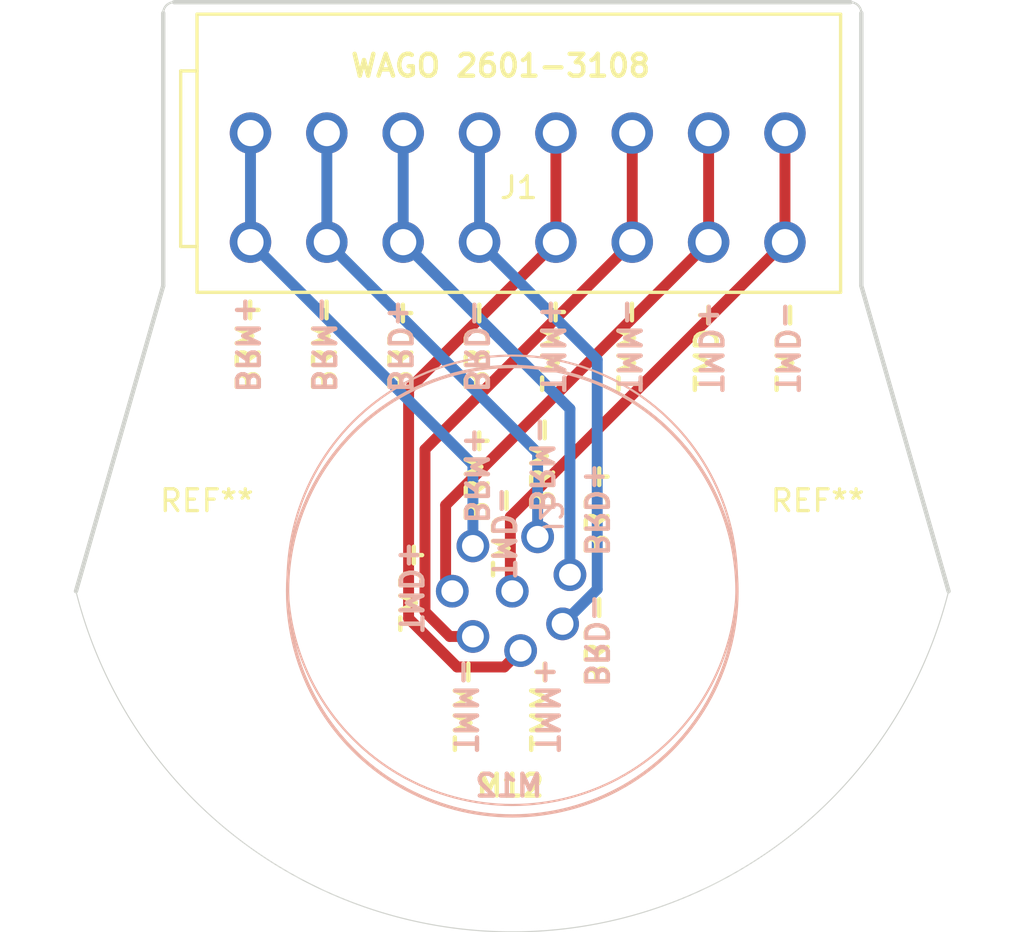
<source format=kicad_pcb>
(kicad_pcb (version 20241229) (generator "pcbnew") (generator_version "9.0")
  (layers (0 "F.Cu" signal) (2 "B.Cu" signal) (13 "F.Paste" user) (15 "B.Paste" user) (5 "F.SilkS" user "F.Silkscreen") (7 "B.SilkS" user "B.Silkscreen") (1 "F.Mask" user) (3 "B.Mask" user) (25 "Edge.Cuts" user))
  (net 0 "")
  (net 1 "Net-(J1-8_1)")
  (net 2 "Net-(J1-4_1)")
  (net 3 "Net-(J1-7_1)")
  (net 4 "Net-(J1-2_1)")
  (net 5 "Net-(J1-6_1)")
  (net 6 "Net-(J1-3_1)")
  (net 7 "Net-(J1-1_1)")
  (net 8 "Net-(J1-5_1)")
  (footprint "Upper_Bulkhead_Connections:CONN8_2601-3108_WAG" (layer "F.Cu") (at 88 79)
    (property "Reference" "J1" (at 12.300001 2.5 0) (layer "F.SilkS"))
    (property "Value" "2601-3108")
    (fp_line (start -3.199996 5.2) (end -3.199996 -2.849999) (stroke (width 0.1524)) (layer "F.SilkS"))
    (fp_line (start -2.449997 -2.849999) (end -3.199996 -2.849999) (stroke (width 0.1524)) (layer "F.SilkS"))
    (fp_line (start -2.449997 5.2) (end -3.199996 5.2) (stroke (width 0.1524)) (layer "F.SilkS"))
    (fp_line (start -2.449996 -5.449999) (end 27.049997 -5.449999) (stroke (width 0.1524)) (layer "F.SilkS"))
    (fp_line (start -2.449996 7.300001) (end -2.449996 -5.449999) (stroke (width 0.1524)) (layer "F.SilkS"))
    (fp_line (start -2.449996 7.300001) (end 27.049997 7.300001) (stroke (width 0.1524)) (layer "F.SilkS"))
    (fp_line (start 27.049997 -5.449999) (end 27.049997 7.300001) (stroke (width 0.1524)) (layer "F.SilkS"))
    (pad "1" thru_hole circle (at 0 0) (size 1.9 1.9) (drill 1.2) (layers "*.Cu" "*.Mask") (net 7 "Net-(J1-1_1)"))
    (pad "2" thru_hole circle (at 0 5) (size 1.9 1.9) (drill 1.2) (layers "*.Cu" "*.Mask") (net 7 "Net-(J1-1_1)"))
    (pad "3" thru_hole circle (at 3.500001 0) (size 1.9 1.9) (drill 1.2) (layers "*.Cu" "*.Mask") (net 4 "Net-(J1-2_1)"))
    (pad "4" thru_hole circle (at 3.500001 5) (size 1.9 1.9) (drill 1.2) (layers "*.Cu" "*.Mask") (net 4 "Net-(J1-2_1)"))
    (pad "5" thru_hole circle (at 7.000002 0) (size 1.9 1.9) (drill 1.2) (layers "*.Cu" "*.Mask") (net 6 "Net-(J1-3_1)"))
    (pad "6" thru_hole circle (at 7.000002 5) (size 1.9 1.9) (drill 1.2) (layers "*.Cu" "*.Mask") (net 6 "Net-(J1-3_1)"))
    (pad "7" thru_hole circle (at 10.500002 0) (size 1.9 1.9) (drill 1.2) (layers "*.Cu" "*.Mask") (net 2 "Net-(J1-4_1)"))
    (pad "8" thru_hole circle (at 10.500002 5) (size 1.9 1.9) (drill 1.2) (layers "*.Cu" "*.Mask") (net 2 "Net-(J1-4_1)"))
    (pad "9" thru_hole circle (at 14.000003 0) (size 1.9 1.9) (drill 1.2) (layers "*.Cu" "*.Mask") (net 8 "Net-(J1-5_1)"))
    (pad "10" thru_hole circle (at 14.000003 5) (size 1.9 1.9) (drill 1.2) (layers "*.Cu" "*.Mask") (net 8 "Net-(J1-5_1)"))
    (pad "11" thru_hole circle (at 17.500003 0) (size 1.9 1.9) (drill 1.2) (layers "*.Cu" "*.Mask") (net 5 "Net-(J1-6_1)"))
    (pad "12" thru_hole circle (at 17.500003 5) (size 1.9 1.9) (drill 1.2) (layers "*.Cu" "*.Mask") (net 5 "Net-(J1-6_1)"))
    (pad "13" thru_hole circle (at 21.000004 0) (size 1.9 1.9) (drill 1.2) (layers "*.Cu" "*.Mask") (net 3 "Net-(J1-7_1)"))
    (pad "14" thru_hole circle (at 21.000004 5) (size 1.9 1.9) (drill 1.2) (layers "*.Cu" "*.Mask") (net 3 "Net-(J1-7_1)"))
    (pad "15" thru_hole circle (at 24.500005 0) (size 1.9 1.9) (drill 1.2) (layers "*.Cu" "*.Mask") (net 1 "Net-(J1-8_1)"))
    (pad "16" thru_hole circle (at 24.500005 5) (size 1.9 1.9) (drill 1.2) (layers "*.Cu" "*.Mask") (net 1 "Net-(J1-8_1)"))
  )
  (footprint "MountingHole:MountingHole_3.2mm_M3" (layer "F.Cu") (at 86 100)
    (property "Reference" "REF**" (at 0 -4.15 0) (layer "F.SilkS"))
    (property "Value" "MountingHole_3.2mm_M3")
    (pad "" np_thru_hole circle (at 0 0) (size 3.2 3.2) (drill 3.2) (layers "*.Cu" "*.Mask"))
  )
  (footprint "MountingHole:MountingHole_3.2mm_M3" (layer "F.Cu") (at 114 100)
    (property "Reference" "REF**" (at 0 -4.15 0) (layer "F.SilkS"))
    (property "Value" "MountingHole_3.2mm_M3")
    (pad "" np_thru_hole circle (at 0 0) (size 3.2 3.2) (drill 3.2) (layers "*.Cu" "*.Mask"))
  )
  (footprint "Upper_Bulkhead_Connections:CONN_M12A-08PMMP-SF8001_AMP" (layer "B.Cu") (at 100 100 90)
    (property "Reference" "J2" (at 3.3 1.75 270) (layer "B.SilkS") (effects (justify mirror)))
    (property "Value" "M12A-08PMMP-SF8001")
    (fp_circle (center 0 0) (end 10.3 0) (stroke (width 0.1524)) (fill no) (layer "B.SilkS"))
    (pad "1" thru_hole circle (at 2.075451 -1.804152 90) (size 1.5 1.5) (drill 1) (layers "*.Cu" "*.Mask") (net 7 "Net-(J1-1_1)"))
    (pad "2" thru_hole circle (at 2.492336 1.162211 38.572) (size 1.5 1.5) (drill 1) (layers "*.Cu" "*.Mask") (net 4 "Net-(J1-2_1)"))
    (pad "3" thru_hole circle (at 0.757989 2.643472 347.143) (size 1.5 1.5) (drill 1) (layers "*.Cu" "*.Mask") (net 6 "Net-(J1-3_1)"))
    (pad "4" thru_hole circle (at -1.49777 2.306333 295.715) (size 1.5 1.5) (drill 1) (layers "*.Cu" "*.Mask") (net 2 "Net-(J1-4_1)"))
    (pad "5" thru_hole circle (at -2.723239 0.382691 244.286) (size 1.5 1.5) (drill 1) (layers "*.Cu" "*.Mask") (net 8 "Net-(J1-5_1)"))
    (pad "6" thru_hole circle (at -2.075442 -1.804173 192.858) (size 1.5 1.5) (drill 1) (layers "*.Cu" "*.Mask") (net 5 "Net-(J1-6_1)"))
    (pad "7" thru_hole circle (at 0 -2.749994 141.429) (size 1.5 1.5) (drill 1) (layers "*.Cu" "*.Mask") (net 3 "Net-(J1-7_1)"))
    (pad "8" thru_hole circle (at 0 0 90) (size 1.5 1.5) (drill 1) (layers "*.Cu" "*.Mask") (net 1 "Net-(J1-8_1)"))
  )
  (gr_circle (center 100 99.5) (end 110.3 99.5) (stroke (width 0.1)) (fill no) (layer "B.SilkS"))
  (gr_line (start 84 86) (end 80 100) (stroke (width 0.2)) (layer "Edge.Cuts"))
  (gr_arc (start 119.999999 100.000001) (mid 100 115.615527) (end 80.000001 100) (stroke (width 0.05)) (layer "Edge.Cuts"))
  (gr_line (start 84 73.5) (end 84 86) (stroke (width 0.2)) (layer "Edge.Cuts"))
  (gr_arc (start 115.5 73) (mid 115.853553 73.146447) (end 116 73.5) (stroke (width 0.1)) (layer "Edge.Cuts"))
  (gr_line (start 120 100) (end 116 86) (stroke (width 0.2)) (layer "Edge.Cuts"))
  (gr_line (start 116 86) (end 116 73.5) (stroke (width 0.2)) (layer "Edge.Cuts"))
  (gr_line (start 115.5 73) (end 84.5 73) (stroke (width 0.2)) (layer "Edge.Cuts"))
  (gr_arc (start 84 73.5) (mid 84.146447 73.146447) (end 84.5 73) (stroke (width 0.1)) (layer "Edge.Cuts"))
  (gr_text "TMD+" (at 109.5 91 90) (layer "F.SilkS") (effects (font (size 1 1) (thickness 0.2) (bold yes)) (justify left bottom)))
  (gr_text "WAGO 2601-3108" (at 92.5 76.5 0) (layer "F.SilkS") (effects (font (size 1 1) (thickness 0.2) (bold yes)) (justify left bottom)))
  (gr_text "BRD+" (at 95.5 91 90) (layer "F.SilkS") (effects (font (size 1 1) (thickness 0.2) (bold yes)) (justify left bottom)))
  (gr_text "TMD-" (at 113.25 91 90) (layer "F.SilkS") (effects (font (size 1 1) (thickness 0.2) (bold yes)) (justify left bottom)))
  (gr_text "TMM+" (at 102 107.5 90) (layer "F.SilkS") (effects (font (size 1 1) (thickness 0.2) (bold yes)) (justify left bottom)))
  (gr_text "TMM-" (at 106 91 90) (layer "F.SilkS") (effects (font (size 1 1) (thickness 0.2) (bold yes)) (justify left bottom)))
  (gr_text "TMD-" (at 100.25 99.5 90) (layer "F.SilkS") (effects (font (size 1 1) (thickness 0.2) (bold yes)) (justify left bottom)))
  (gr_text "BRM+" (at 88.5 91 90) (layer "F.SilkS") (effects (font (size 1 1) (thickness 0.2) (bold yes)) (justify left bottom)))
  (gr_text "TMM-" (at 98.5 107.5 90) (layer "F.SilkS") (effects (font (size 1 1) (thickness 0.2) (bold yes)) (justify left bottom)))
  (gr_text "TMM+" (at 102.5 91 90) (layer "F.SilkS") (effects (font (size 1 1) (thickness 0.2) (bold yes)) (justify left bottom)))
  (gr_text "BRD+" (at 104.5 98.5 90) (layer "F.SilkS") (effects (font (size 1 1) (thickness 0.2) (bold yes)) (justify left bottom)))
  (gr_text "BRD-" (at 104.5 104.5 90) (layer "F.SilkS") (effects (font (size 1 1) (thickness 0.2) (bold yes)) (justify left bottom)))
  (gr_text "TMD+" (at 96 102 90) (layer "F.SilkS") (effects (font (size 1 1) (thickness 0.2) (bold yes)) (justify left bottom)))
  (gr_text "BRM+" (at 99 97 90) (layer "F.SilkS") (effects (font (size 1 1) (thickness 0.2) (bold yes)) (justify left bottom)))
  (gr_text "BRM-" (at 102 96.5 90) (layer "F.SilkS") (effects (font (size 1 1) (thickness 0.2) (bold yes)) (justify left bottom)))
  (gr_text "BRD-" (at 99 91 90) (layer "F.SilkS") (effects (font (size 1 1) (thickness 0.2) (bold yes)) (justify left bottom)))
  (gr_text "BRM-" (at 92 91 90) (layer "F.SilkS") (effects (font (size 1 1) (thickness 0.2) (bold yes)) (justify left bottom)))
  (gr_text "M12" (at 98.25 109.5 0) (layer "F.SilkS") (effects (font (size 1 1) (thickness 0.2) (bold yes)) (justify left bottom)))
  (gr_text "BRM+" (at 97.75 97 -90) (layer "B.SilkS") (effects (font (size 1 1) (thickness 0.2) (bold yes)) (justify left bottom mirror)))
  (gr_text "TMM-" (at 104.75 91 -90) (layer "B.SilkS") (effects (font (size 1 1) (thickness 0.2) (bold yes)) (justify left bottom mirror)))
  (gr_text "BRM-" (at 90.75 91 -90) (layer "B.SilkS") (effects (font (size 1 1) (thickness 0.2) (bold yes)) (justify left bottom mirror)))
  (gr_text "BRD+" (at 103.25 98.5 -90) (layer "B.SilkS") (effects (font (size 1 1) (thickness 0.2) (bold yes)) (justify left bottom mirror)))
  (gr_text "BRM-" (at 100.75 96.5 -90) (layer "B.SilkS") (effects (font (size 1 1) (thickness 0.2) (bold yes)) (justify left bottom mirror)))
  (gr_text "TMD+" (at 108.5 91 270) (layer "B.SilkS") (effects (font (size 1 1) (thickness 0.2) (bold yes)) (justify left bottom mirror)))
  (gr_text "TMD-" (at 112 91 270) (layer "B.SilkS") (effects (font (size 1 1) (thickness 0.2) (bold yes)) (justify left bottom mirror)))
  (gr_text "TMD-" (at 99 99.5 270) (layer "B.SilkS") (effects (font (size 1 1) (thickness 0.2) (bold yes)) (justify left bottom mirror)))
  (gr_text "BRD-" (at 103.25 104.5 -90) (layer "B.SilkS") (effects (font (size 1 1) (thickness 0.2) (bold yes)) (justify left bottom mirror)))
  (gr_text "TMD+" (at 94.75 102 270) (layer "B.SilkS") (effects (font (size 1 1) (thickness 0.2) (bold yes)) (justify left bottom mirror)))
  (gr_text "BRM+" (at 87.25 91 -90) (layer "B.SilkS") (effects (font (size 1 1) (thickness 0.2) (bold yes)) (justify left bottom mirror)))
  (gr_text "M12" (at 101.5 109.5 -0) (layer "B.SilkS") (effects (font (size 1 1) (thickness 0.2) (bold yes)) (justify left bottom mirror)))
  (gr_text "TMM-" (at 97.25 107.5 -90) (layer "B.SilkS") (effects (font (size 1 1) (thickness 0.2) (bold yes)) (justify left bottom mirror)))
  (gr_text "TMM+" (at 101 107.5 -90) (layer "B.SilkS") (effects (font (size 1 1) (thickness 0.2) (bold yes)) (justify left bottom mirror)))
  (gr_text "BRD+" (at 94.25 91 -90) (layer "B.SilkS") (effects (font (size 1 1) (thickness 0.2) (bold yes)) (justify left bottom mirror)))
  (gr_text "TMM+" (at 101.25 91 -90) (layer "B.SilkS") (effects (font (size 1 1) (thickness 0.2) (bold yes)) (justify left bottom mirror)))
  (gr_text "BRD-" (at 97.75 91 -90) (layer "B.SilkS") (effects (font (size 1 1) (thickness 0.2) (bold yes)) (justify left bottom mirror)))
  (segment (start 100 100) (end 99.911211 99.911211) (width 0.5) (layer "F.Cu") (net 1))
  (segment (start 99.911211 99.911211) (end 99.911211 96.588794) (width 0.5) (layer "F.Cu") (net 1))
  (segment (start 112.500005 79) (end 112.500005 84) (width 0.5) (layer "F.Cu") (net 1))
  (segment (start 99.911211 96.588794) (end 112.500005 84) (width 0.5) (layer "F.Cu") (net 1))
  (segment (start 103.894472 89.39447) (end 103.894472 99.909631) (width 0.5) (layer "B.Cu") (net 2))
  (segment (start 103.894472 99.909631) (end 102.306333 101.49777) (width 0.5) (layer "B.Cu") (net 2))
  (segment (start 98.500002 84) (end 98.500002 79) (width 0.5) (layer "B.Cu") (net 2))
  (segment (start 98.500002 84) (end 103.894472 89.39447) (width 0.5) (layer "B.Cu") (net 2))
  (segment (start 109.000004 84) (end 96.944848 96.055156) (width 0.5) (layer "F.Cu") (net 3))
  (segment (start 96.944848 96.055156) (end 96.944848 99.694842) (width 0.5) (layer "F.Cu") (net 3))
  (segment (start 96.944848 99.694842) (end 97.250006 100) (width 0.5) (layer "F.Cu") (net 3))
  (segment (start 109.000004 84) (end 109.000004 79) (width 0.5) (layer "F.Cu") (net 3))
  (segment (start 101.162211 97.507664) (end 101.162211 93.66221) (width 0.5) (layer "B.Cu") (net 4))
  (segment (start 101.162211 93.66221) (end 91.500001 84) (width 0.5) (layer "B.Cu") (net 4))
  (segment (start 91.500001 84) (end 91.500001 79) (width 0.5) (layer "B.Cu") (net 4))
  (segment (start 105.500003 84) (end 95.999006 93.500997) (width 0.5) (layer "F.Cu") (net 5))
  (segment (start 95.999006 100.939281) (end 97.135167 102.075442) (width 0.5) (layer "F.Cu") (net 5))
  (segment (start 105.500003 79) (end 105.500003 84) (width 0.5) (layer "F.Cu") (net 5))
  (segment (start 97.135167 102.075442) (end 98.195827 102.075442) (width 0.5) (layer "F.Cu") (net 5))
  (segment (start 95.999006 93.500997) (end 95.999006 100.939281) (width 0.5) (layer "F.Cu") (net 5))
  (segment (start 95.000002 79) (end 95.000002 84) (width 0.5) (layer "B.Cu") (net 6))
  (segment (start 95.000002 84) (end 102.643472 91.64347) (width 0.5) (layer "B.Cu") (net 6))
  (segment (start 102.643472 91.64347) (end 102.643472 99.242011) (width 0.5) (layer "B.Cu") (net 6))
  (segment (start 98.195848 97.924549) (end 98.195848 94.195848) (width 0.5) (layer "B.Cu") (net 7))
  (segment (start 88 79) (end 88 84) (width 0.5) (layer "B.Cu") (net 7))
  (segment (start 98.195848 94.195848) (end 88 84) (width 0.5) (layer "B.Cu") (net 7))
  (segment (start 102.000003 79) (end 102.000003 84) (width 0.5) (layer "F.Cu") (net 8))
  (segment (start 99.632691 103.473239) (end 100.382691 102.723239) (width 0.5) (layer "F.Cu") (net 8))
  (segment (start 95.248006 101.250355) (end 97.47089 103.473239) (width 0.5) (layer "F.Cu") (net 8))
  (segment (start 97.47089 103.473239) (end 99.632691 103.473239) (width 0.5) (layer "F.Cu") (net 8))
  (segment (start 95.248006 90.751997) (end 95.248006 101.250355) (width 0.5) (layer "F.Cu") (net 8))
  (segment (start 102.000003 84) (end 95.248006 90.751997) (width 0.5) (layer "F.Cu") (net 8))
)
</source>
